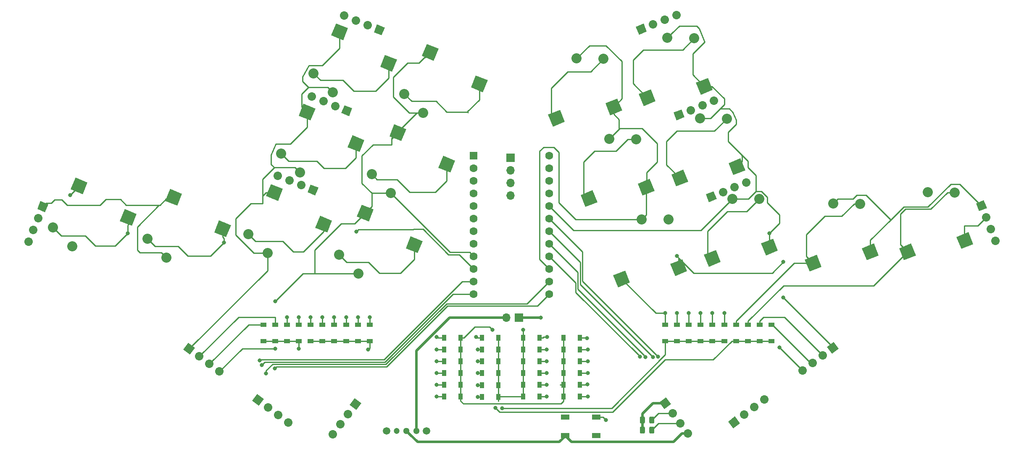
<source format=gbr>
G04 #@! TF.GenerationSoftware,KiCad,Pcbnew,(5.1.4)-1*
G04 #@! TF.CreationDate,2022-12-17T19:56:19-05:00*
G04 #@! TF.ProjectId,ThumbsUp,5468756d-6273-4557-902e-6b696361645f,rev?*
G04 #@! TF.SameCoordinates,Original*
G04 #@! TF.FileFunction,Copper,L2,Bot*
G04 #@! TF.FilePolarity,Positive*
%FSLAX46Y46*%
G04 Gerber Fmt 4.6, Leading zero omitted, Abs format (unit mm)*
G04 Created by KiCad (PCBNEW (5.1.4)-1) date 2022-12-17 19:56:19*
%MOMM*%
%LPD*%
G04 APERTURE LIST*
%ADD10O,1.700000X1.700000*%
%ADD11R,1.700000X1.700000*%
%ADD12C,1.500000*%
%ADD13C,1.200000*%
%ADD14C,1.300000*%
%ADD15C,1.600000*%
%ADD16R,1.600000X1.600000*%
%ADD17C,0.100000*%
%ADD18C,0.975000*%
%ADD19R,1.800000X1.100000*%
%ADD20C,1.700000*%
%ADD21C,1.700000*%
%ADD22C,2.600000*%
%ADD23C,2.032000*%
%ADD24R,1.200000X0.900000*%
%ADD25R,0.900000X1.200000*%
%ADD26C,0.800000*%
%ADD27C,0.508000*%
%ADD28C,0.250000*%
%ADD29C,0.254000*%
G04 APERTURE END LIST*
D10*
X145810000Y-204880000D03*
D11*
X148350000Y-204880000D03*
D12*
X121690000Y-227750000D03*
X129690000Y-227750000D03*
D13*
X123690000Y-227750000D03*
D14*
X125690000Y-227750000D03*
X127690000Y-227750000D03*
D15*
X154432000Y-172212000D03*
X154432000Y-174752000D03*
X154432000Y-177292000D03*
X154432000Y-179832000D03*
X154432000Y-182372000D03*
X154432000Y-184912000D03*
X154432000Y-187452000D03*
X154432000Y-189992000D03*
X154432000Y-192532000D03*
X154432000Y-195072000D03*
X154432000Y-197612000D03*
X154432000Y-200152000D03*
X139192000Y-200152000D03*
X139192000Y-197612000D03*
X139192000Y-195072000D03*
X139192000Y-192532000D03*
X139192000Y-189992000D03*
X139192000Y-187452000D03*
X139192000Y-184912000D03*
X139192000Y-182372000D03*
X139192000Y-179832000D03*
X139192000Y-177292000D03*
X139192000Y-174752000D03*
D16*
X139192000Y-172212000D03*
D17*
G36*
X175370642Y-224853174D02*
G01*
X175394303Y-224856684D01*
X175417507Y-224862496D01*
X175440029Y-224870554D01*
X175461653Y-224880782D01*
X175482170Y-224893079D01*
X175501383Y-224907329D01*
X175519107Y-224923393D01*
X175535171Y-224941117D01*
X175549421Y-224960330D01*
X175561718Y-224980847D01*
X175571946Y-225002471D01*
X175580004Y-225024993D01*
X175585816Y-225048197D01*
X175589326Y-225071858D01*
X175590500Y-225095750D01*
X175590500Y-226008250D01*
X175589326Y-226032142D01*
X175585816Y-226055803D01*
X175580004Y-226079007D01*
X175571946Y-226101529D01*
X175561718Y-226123153D01*
X175549421Y-226143670D01*
X175535171Y-226162883D01*
X175519107Y-226180607D01*
X175501383Y-226196671D01*
X175482170Y-226210921D01*
X175461653Y-226223218D01*
X175440029Y-226233446D01*
X175417507Y-226241504D01*
X175394303Y-226247316D01*
X175370642Y-226250826D01*
X175346750Y-226252000D01*
X174859250Y-226252000D01*
X174835358Y-226250826D01*
X174811697Y-226247316D01*
X174788493Y-226241504D01*
X174765971Y-226233446D01*
X174744347Y-226223218D01*
X174723830Y-226210921D01*
X174704617Y-226196671D01*
X174686893Y-226180607D01*
X174670829Y-226162883D01*
X174656579Y-226143670D01*
X174644282Y-226123153D01*
X174634054Y-226101529D01*
X174625996Y-226079007D01*
X174620184Y-226055803D01*
X174616674Y-226032142D01*
X174615500Y-226008250D01*
X174615500Y-225095750D01*
X174616674Y-225071858D01*
X174620184Y-225048197D01*
X174625996Y-225024993D01*
X174634054Y-225002471D01*
X174644282Y-224980847D01*
X174656579Y-224960330D01*
X174670829Y-224941117D01*
X174686893Y-224923393D01*
X174704617Y-224907329D01*
X174723830Y-224893079D01*
X174744347Y-224880782D01*
X174765971Y-224870554D01*
X174788493Y-224862496D01*
X174811697Y-224856684D01*
X174835358Y-224853174D01*
X174859250Y-224852000D01*
X175346750Y-224852000D01*
X175370642Y-224853174D01*
X175370642Y-224853174D01*
G37*
D18*
X175103000Y-225552000D03*
D17*
G36*
X173495642Y-224853174D02*
G01*
X173519303Y-224856684D01*
X173542507Y-224862496D01*
X173565029Y-224870554D01*
X173586653Y-224880782D01*
X173607170Y-224893079D01*
X173626383Y-224907329D01*
X173644107Y-224923393D01*
X173660171Y-224941117D01*
X173674421Y-224960330D01*
X173686718Y-224980847D01*
X173696946Y-225002471D01*
X173705004Y-225024993D01*
X173710816Y-225048197D01*
X173714326Y-225071858D01*
X173715500Y-225095750D01*
X173715500Y-226008250D01*
X173714326Y-226032142D01*
X173710816Y-226055803D01*
X173705004Y-226079007D01*
X173696946Y-226101529D01*
X173686718Y-226123153D01*
X173674421Y-226143670D01*
X173660171Y-226162883D01*
X173644107Y-226180607D01*
X173626383Y-226196671D01*
X173607170Y-226210921D01*
X173586653Y-226223218D01*
X173565029Y-226233446D01*
X173542507Y-226241504D01*
X173519303Y-226247316D01*
X173495642Y-226250826D01*
X173471750Y-226252000D01*
X172984250Y-226252000D01*
X172960358Y-226250826D01*
X172936697Y-226247316D01*
X172913493Y-226241504D01*
X172890971Y-226233446D01*
X172869347Y-226223218D01*
X172848830Y-226210921D01*
X172829617Y-226196671D01*
X172811893Y-226180607D01*
X172795829Y-226162883D01*
X172781579Y-226143670D01*
X172769282Y-226123153D01*
X172759054Y-226101529D01*
X172750996Y-226079007D01*
X172745184Y-226055803D01*
X172741674Y-226032142D01*
X172740500Y-226008250D01*
X172740500Y-225095750D01*
X172741674Y-225071858D01*
X172745184Y-225048197D01*
X172750996Y-225024993D01*
X172759054Y-225002471D01*
X172769282Y-224980847D01*
X172781579Y-224960330D01*
X172795829Y-224941117D01*
X172811893Y-224923393D01*
X172829617Y-224907329D01*
X172848830Y-224893079D01*
X172869347Y-224880782D01*
X172890971Y-224870554D01*
X172913493Y-224862496D01*
X172936697Y-224856684D01*
X172960358Y-224853174D01*
X172984250Y-224852000D01*
X173471750Y-224852000D01*
X173495642Y-224853174D01*
X173495642Y-224853174D01*
G37*
D18*
X173228000Y-225552000D03*
D17*
G36*
X173495642Y-226885174D02*
G01*
X173519303Y-226888684D01*
X173542507Y-226894496D01*
X173565029Y-226902554D01*
X173586653Y-226912782D01*
X173607170Y-226925079D01*
X173626383Y-226939329D01*
X173644107Y-226955393D01*
X173660171Y-226973117D01*
X173674421Y-226992330D01*
X173686718Y-227012847D01*
X173696946Y-227034471D01*
X173705004Y-227056993D01*
X173710816Y-227080197D01*
X173714326Y-227103858D01*
X173715500Y-227127750D01*
X173715500Y-228040250D01*
X173714326Y-228064142D01*
X173710816Y-228087803D01*
X173705004Y-228111007D01*
X173696946Y-228133529D01*
X173686718Y-228155153D01*
X173674421Y-228175670D01*
X173660171Y-228194883D01*
X173644107Y-228212607D01*
X173626383Y-228228671D01*
X173607170Y-228242921D01*
X173586653Y-228255218D01*
X173565029Y-228265446D01*
X173542507Y-228273504D01*
X173519303Y-228279316D01*
X173495642Y-228282826D01*
X173471750Y-228284000D01*
X172984250Y-228284000D01*
X172960358Y-228282826D01*
X172936697Y-228279316D01*
X172913493Y-228273504D01*
X172890971Y-228265446D01*
X172869347Y-228255218D01*
X172848830Y-228242921D01*
X172829617Y-228228671D01*
X172811893Y-228212607D01*
X172795829Y-228194883D01*
X172781579Y-228175670D01*
X172769282Y-228155153D01*
X172759054Y-228133529D01*
X172750996Y-228111007D01*
X172745184Y-228087803D01*
X172741674Y-228064142D01*
X172740500Y-228040250D01*
X172740500Y-227127750D01*
X172741674Y-227103858D01*
X172745184Y-227080197D01*
X172750996Y-227056993D01*
X172759054Y-227034471D01*
X172769282Y-227012847D01*
X172781579Y-226992330D01*
X172795829Y-226973117D01*
X172811893Y-226955393D01*
X172829617Y-226939329D01*
X172848830Y-226925079D01*
X172869347Y-226912782D01*
X172890971Y-226902554D01*
X172913493Y-226894496D01*
X172936697Y-226888684D01*
X172960358Y-226885174D01*
X172984250Y-226884000D01*
X173471750Y-226884000D01*
X173495642Y-226885174D01*
X173495642Y-226885174D01*
G37*
D18*
X173228000Y-227584000D03*
D17*
G36*
X175370642Y-226885174D02*
G01*
X175394303Y-226888684D01*
X175417507Y-226894496D01*
X175440029Y-226902554D01*
X175461653Y-226912782D01*
X175482170Y-226925079D01*
X175501383Y-226939329D01*
X175519107Y-226955393D01*
X175535171Y-226973117D01*
X175549421Y-226992330D01*
X175561718Y-227012847D01*
X175571946Y-227034471D01*
X175580004Y-227056993D01*
X175585816Y-227080197D01*
X175589326Y-227103858D01*
X175590500Y-227127750D01*
X175590500Y-228040250D01*
X175589326Y-228064142D01*
X175585816Y-228087803D01*
X175580004Y-228111007D01*
X175571946Y-228133529D01*
X175561718Y-228155153D01*
X175549421Y-228175670D01*
X175535171Y-228194883D01*
X175519107Y-228212607D01*
X175501383Y-228228671D01*
X175482170Y-228242921D01*
X175461653Y-228255218D01*
X175440029Y-228265446D01*
X175417507Y-228273504D01*
X175394303Y-228279316D01*
X175370642Y-228282826D01*
X175346750Y-228284000D01*
X174859250Y-228284000D01*
X174835358Y-228282826D01*
X174811697Y-228279316D01*
X174788493Y-228273504D01*
X174765971Y-228265446D01*
X174744347Y-228255218D01*
X174723830Y-228242921D01*
X174704617Y-228228671D01*
X174686893Y-228212607D01*
X174670829Y-228194883D01*
X174656579Y-228175670D01*
X174644282Y-228155153D01*
X174634054Y-228133529D01*
X174625996Y-228111007D01*
X174620184Y-228087803D01*
X174616674Y-228064142D01*
X174615500Y-228040250D01*
X174615500Y-227127750D01*
X174616674Y-227103858D01*
X174620184Y-227080197D01*
X174625996Y-227056993D01*
X174634054Y-227034471D01*
X174644282Y-227012847D01*
X174656579Y-226992330D01*
X174670829Y-226973117D01*
X174686893Y-226955393D01*
X174704617Y-226939329D01*
X174723830Y-226925079D01*
X174744347Y-226912782D01*
X174765971Y-226902554D01*
X174788493Y-226894496D01*
X174811697Y-226888684D01*
X174835358Y-226885174D01*
X174859250Y-226884000D01*
X175346750Y-226884000D01*
X175370642Y-226885174D01*
X175370642Y-226885174D01*
G37*
D18*
X175103000Y-227584000D03*
D19*
X157682000Y-224972000D03*
X163882000Y-228672000D03*
X157682000Y-228672000D03*
X163882000Y-224972000D03*
D20*
X194165141Y-177645498D03*
D21*
X194165141Y-177645498D02*
X194165141Y-177645498D01*
D20*
X191810094Y-178596999D03*
D21*
X191810094Y-178596999D02*
X191810094Y-178596999D01*
D20*
X189455047Y-179548499D03*
D21*
X189455047Y-179548499D02*
X189455047Y-179548499D01*
D20*
X187100000Y-180500000D03*
D17*
G36*
X188206522Y-180969691D02*
G01*
X186630309Y-181606522D01*
X185993478Y-180030309D01*
X187569691Y-179393478D01*
X188206522Y-180969691D01*
X188206522Y-180969691D01*
G37*
D20*
X241528381Y-182311090D03*
D17*
G36*
X241058690Y-183417612D02*
G01*
X240421859Y-181841399D01*
X241998072Y-181204568D01*
X242634903Y-182780781D01*
X241058690Y-183417612D01*
X241058690Y-183417612D01*
G37*
D20*
X242479882Y-184666137D03*
D21*
X242479882Y-184666137D02*
X242479882Y-184666137D01*
D20*
X243431382Y-187021184D03*
D21*
X243431382Y-187021184D02*
X243431382Y-187021184D01*
D20*
X244382883Y-189376231D03*
D21*
X244382883Y-189376231D02*
X244382883Y-189376231D01*
D20*
X172994345Y-146690649D03*
D17*
G36*
X174100867Y-147160340D02*
G01*
X172524654Y-147797171D01*
X171887823Y-146220958D01*
X173464036Y-145584127D01*
X174100867Y-147160340D01*
X174100867Y-147160340D01*
G37*
D20*
X175349392Y-145739148D03*
D21*
X175349392Y-145739148D02*
X175349392Y-145739148D01*
D20*
X177704439Y-144787648D03*
D21*
X177704439Y-144787648D02*
X177704439Y-144787648D01*
D20*
X180059486Y-143836147D03*
D21*
X180059486Y-143836147D02*
X180059486Y-143836147D01*
D20*
X180600000Y-164000000D03*
D17*
G36*
X181706522Y-164469691D02*
G01*
X180130309Y-165106522D01*
X179493478Y-163530309D01*
X181069691Y-162893478D01*
X181706522Y-164469691D01*
X181706522Y-164469691D01*
G37*
D20*
X182955047Y-163048499D03*
D21*
X182955047Y-163048499D02*
X182955047Y-163048499D01*
D20*
X185310094Y-162096999D03*
D21*
X185310094Y-162096999D02*
X185310094Y-162096999D01*
D20*
X187665141Y-161145498D03*
D21*
X187665141Y-161145498D02*
X187665141Y-161145498D01*
D20*
X182393643Y-228262834D03*
D21*
X182393643Y-228262834D02*
X182393643Y-228262834D01*
D20*
X180865033Y-226234299D03*
D21*
X180865033Y-226234299D02*
X180865033Y-226234299D01*
D20*
X179336423Y-224205765D03*
D21*
X179336423Y-224205765D02*
X179336423Y-224205765D01*
D20*
X177807813Y-222177231D03*
D17*
G36*
X177640516Y-223367614D02*
G01*
X176617430Y-222009934D01*
X177975110Y-220986848D01*
X178998196Y-222344528D01*
X177640516Y-223367614D01*
X177640516Y-223367614D01*
G37*
D22*
X238186938Y-189323428D03*
D17*
G36*
X238905288Y-187631100D02*
G01*
X239879266Y-190041778D01*
X237468588Y-191015756D01*
X236494610Y-188605078D01*
X238905288Y-187631100D01*
X238905288Y-187631100D01*
G37*
D23*
X236133916Y-179637189D03*
X230711323Y-179563136D03*
D22*
X226653830Y-191610330D03*
D17*
G36*
X227372180Y-189918002D02*
G01*
X228346158Y-192328680D01*
X225935480Y-193302658D01*
X224961502Y-190891980D01*
X227372180Y-189918002D01*
X227372180Y-189918002D01*
G37*
D22*
X185712716Y-158215455D03*
D17*
G36*
X186431066Y-156523127D02*
G01*
X187405044Y-158933805D01*
X184994366Y-159907783D01*
X184020388Y-157497105D01*
X186431066Y-156523127D01*
X186431066Y-156523127D01*
G37*
D23*
X183659694Y-148529216D03*
X178237101Y-148455163D03*
D22*
X174179608Y-160502357D03*
D17*
G36*
X174897958Y-158810029D02*
G01*
X175871936Y-161220707D01*
X173461258Y-162194685D01*
X172487280Y-159784007D01*
X174897958Y-158810029D01*
X174897958Y-158810029D01*
G37*
D22*
X192268331Y-174441172D03*
D17*
G36*
X192986681Y-172748844D02*
G01*
X193960659Y-175159522D01*
X191549981Y-176133500D01*
X190576003Y-173722822D01*
X192986681Y-172748844D01*
X192986681Y-172748844D01*
G37*
D23*
X190215309Y-164754933D03*
X184792716Y-164680880D03*
D22*
X180735223Y-176728074D03*
D17*
G36*
X181453573Y-175035746D02*
G01*
X182427551Y-177446424D01*
X180016873Y-178420402D01*
X179042895Y-176009724D01*
X181453573Y-175035746D01*
X181453573Y-175035746D01*
G37*
D22*
X198823946Y-190666890D03*
D17*
G36*
X199542296Y-188974562D02*
G01*
X200516274Y-191385240D01*
X198105596Y-192359218D01*
X197131618Y-189948540D01*
X199542296Y-188974562D01*
X199542296Y-188974562D01*
G37*
D23*
X196770924Y-180980651D03*
X191348331Y-180906598D03*
D22*
X187290838Y-192953792D03*
D17*
G36*
X188009188Y-191261464D02*
G01*
X188983166Y-193672142D01*
X186572488Y-194646120D01*
X185598510Y-192235442D01*
X188009188Y-191261464D01*
X188009188Y-191261464D01*
G37*
D22*
X219161004Y-191617731D03*
D17*
G36*
X219879354Y-189925403D02*
G01*
X220853332Y-192336081D01*
X218442654Y-193310059D01*
X217468676Y-190899381D01*
X219879354Y-189925403D01*
X219879354Y-189925403D01*
G37*
D23*
X217107982Y-181931492D03*
X211685389Y-181857439D03*
D22*
X207627896Y-193904633D03*
D17*
G36*
X208346246Y-192212305D02*
G01*
X209320224Y-194622983D01*
X206909546Y-195596961D01*
X205935568Y-193186283D01*
X208346246Y-192212305D01*
X208346246Y-192212305D01*
G37*
D20*
X205515141Y-215597906D03*
D21*
X205515141Y-215597906D02*
X205515141Y-215597906D01*
D20*
X207543676Y-214069296D03*
D21*
X207543676Y-214069296D02*
X207543676Y-214069296D01*
D20*
X209572210Y-212540686D03*
D21*
X209572210Y-212540686D02*
X209572210Y-212540686D01*
D20*
X211600744Y-211012076D03*
D17*
G36*
X210410361Y-210844779D02*
G01*
X211768041Y-209821693D01*
X212791127Y-211179373D01*
X211433447Y-212202459D01*
X210410361Y-210844779D01*
X210410361Y-210844779D01*
G37*
D20*
X87992618Y-215751511D03*
D21*
X87992618Y-215751511D02*
X87992618Y-215751511D01*
D20*
X85964083Y-214222901D03*
D21*
X85964083Y-214222901D02*
X85964083Y-214222901D01*
D20*
X83935549Y-212694291D03*
D21*
X83935549Y-212694291D02*
X83935549Y-212694291D01*
D20*
X81907015Y-211165681D03*
D17*
G36*
X82074312Y-212356064D02*
G01*
X80716632Y-211332978D01*
X81739718Y-209975298D01*
X83097398Y-210998384D01*
X82074312Y-212356064D01*
X82074312Y-212356064D01*
G37*
D20*
X52395205Y-182503276D03*
D17*
G36*
X51288683Y-182972967D02*
G01*
X51925514Y-181396754D01*
X53501727Y-182033585D01*
X52864896Y-183609798D01*
X51288683Y-182972967D01*
X51288683Y-182972967D01*
G37*
D20*
X51443704Y-184858323D03*
D21*
X51443704Y-184858323D02*
X51443704Y-184858323D01*
D20*
X50492204Y-187213370D03*
D21*
X50492204Y-187213370D02*
X50492204Y-187213370D01*
D20*
X49540703Y-189568417D03*
D21*
X49540703Y-189568417D02*
X49540703Y-189568417D01*
D20*
X120197799Y-146824591D03*
D17*
G36*
X119728108Y-145718069D02*
G01*
X121304321Y-146354900D01*
X120667490Y-147931113D01*
X119091277Y-147294282D01*
X119728108Y-145718069D01*
X119728108Y-145718069D01*
G37*
D20*
X117842752Y-145873090D03*
D21*
X117842752Y-145873090D02*
X117842752Y-145873090D01*
D20*
X115487705Y-144921590D03*
D21*
X115487705Y-144921590D02*
X115487705Y-144921590D01*
D20*
X113132658Y-143970089D03*
D21*
X113132658Y-143970089D02*
X113132658Y-143970089D01*
D20*
X113658765Y-163138249D03*
D17*
G36*
X113189074Y-162031727D02*
G01*
X114765287Y-162668558D01*
X114128456Y-164244771D01*
X112552243Y-163607940D01*
X113189074Y-162031727D01*
X113189074Y-162031727D01*
G37*
D20*
X111303718Y-162186748D03*
D21*
X111303718Y-162186748D02*
X111303718Y-162186748D01*
D20*
X108948671Y-161235248D03*
D21*
X108948671Y-161235248D02*
X108948671Y-161235248D01*
D20*
X106593624Y-160283747D03*
D21*
X106593624Y-160283747D02*
X106593624Y-160283747D01*
D20*
X99778867Y-176283747D03*
D21*
X99778867Y-176283747D02*
X99778867Y-176283747D01*
D20*
X102133914Y-177235248D03*
D21*
X102133914Y-177235248D02*
X102133914Y-177235248D01*
D20*
X104488961Y-178186748D03*
D21*
X104488961Y-178186748D02*
X104488961Y-178186748D01*
D20*
X106844008Y-179138249D03*
D17*
G36*
X106374317Y-178031727D02*
G01*
X107950530Y-178668558D01*
X107313699Y-180244771D01*
X105737486Y-179607940D01*
X106374317Y-178031727D01*
X106374317Y-178031727D01*
G37*
D22*
X112197605Y-147205393D03*
D17*
G36*
X110505277Y-147923743D02*
G01*
X111479255Y-145513065D01*
X113889933Y-146487043D01*
X112915955Y-148897721D01*
X110505277Y-147923743D01*
X110505277Y-147923743D01*
G37*
D23*
X106945799Y-155599240D03*
X110795044Y-159419359D03*
D22*
X122082444Y-153571904D03*
D17*
G36*
X120390116Y-154290254D02*
G01*
X121364094Y-151879576D01*
X123774772Y-152853554D01*
X122800794Y-155264232D01*
X120390116Y-154290254D01*
X120390116Y-154290254D01*
G37*
D22*
X173991610Y-178589843D03*
D17*
G36*
X174709960Y-176897515D02*
G01*
X175683938Y-179308193D01*
X173273260Y-180282171D01*
X172299282Y-177871493D01*
X174709960Y-176897515D01*
X174709960Y-176897515D01*
G37*
D23*
X171938588Y-168903604D03*
X166515995Y-168829551D03*
D22*
X162458502Y-180876745D03*
D17*
G36*
X163176852Y-179184417D02*
G01*
X164150830Y-181595095D01*
X161740152Y-182569073D01*
X160766174Y-180158395D01*
X163176852Y-179184417D01*
X163176852Y-179184417D01*
G37*
D22*
X59723382Y-178313366D03*
D17*
G36*
X58031054Y-179031716D02*
G01*
X59005032Y-176621038D01*
X61415710Y-177595016D01*
X60441732Y-180005694D01*
X58031054Y-179031716D01*
X58031054Y-179031716D01*
G37*
D23*
X54471576Y-186707213D03*
X58320821Y-190527332D03*
D22*
X69608221Y-184679877D03*
D17*
G36*
X67915893Y-185398227D02*
G01*
X68889871Y-182987549D01*
X71300549Y-183961527D01*
X70326571Y-186372205D01*
X67915893Y-185398227D01*
X67915893Y-185398227D01*
G37*
D22*
X78749316Y-180607669D03*
D17*
G36*
X77056988Y-181326019D02*
G01*
X78030966Y-178915341D01*
X80441644Y-179889319D01*
X79467666Y-182299997D01*
X77056988Y-181326019D01*
X77056988Y-181326019D01*
G37*
D23*
X73497510Y-189001516D03*
X77346755Y-192821635D03*
D22*
X88634155Y-186974180D03*
D17*
G36*
X86941827Y-187692530D02*
G01*
X87915805Y-185281852D01*
X90326483Y-186255830D01*
X89352505Y-188666508D01*
X86941827Y-187692530D01*
X86941827Y-187692530D01*
G37*
D22*
X99086374Y-179656828D03*
D17*
G36*
X97394046Y-180375178D02*
G01*
X98368024Y-177964500D01*
X100778702Y-178938478D01*
X99804724Y-181349156D01*
X97394046Y-180375178D01*
X97394046Y-180375178D01*
G37*
D23*
X93834568Y-188050675D03*
X97683813Y-191870794D03*
D22*
X108971213Y-186023339D03*
D17*
G36*
X107278885Y-186741689D02*
G01*
X108252863Y-184331011D01*
X110663541Y-185304989D01*
X109689563Y-187715667D01*
X107278885Y-186741689D01*
X107278885Y-186741689D01*
G37*
D22*
X180547225Y-194815560D03*
D17*
G36*
X181265575Y-193123232D02*
G01*
X182239553Y-195533910D01*
X179828875Y-196507888D01*
X178854897Y-194097210D01*
X181265575Y-193123232D01*
X181265575Y-193123232D01*
G37*
D23*
X178494203Y-185129321D03*
X173071610Y-185055268D03*
D22*
X169014117Y-197102462D03*
D17*
G36*
X169732467Y-195410134D02*
G01*
X170706445Y-197820812D01*
X168295767Y-198794790D01*
X167321789Y-196384112D01*
X169732467Y-195410134D01*
X169732467Y-195410134D01*
G37*
D22*
X130474326Y-151354063D03*
D17*
G36*
X128781998Y-152072413D02*
G01*
X129755976Y-149661735D01*
X132166654Y-150635713D01*
X131192676Y-153046391D01*
X128781998Y-152072413D01*
X128781998Y-152072413D01*
G37*
D23*
X125222520Y-159747910D03*
X129071765Y-163568029D03*
D22*
X140359165Y-157720574D03*
D17*
G36*
X138666837Y-158438924D02*
G01*
X139640815Y-156028246D01*
X142051493Y-157002224D01*
X141077515Y-159412902D01*
X138666837Y-158438924D01*
X138666837Y-158438924D01*
G37*
D22*
X117363095Y-183805498D03*
D17*
G36*
X115670767Y-184523848D02*
G01*
X116644745Y-182113170D01*
X119055423Y-183087148D01*
X118081445Y-185497826D01*
X115670767Y-184523848D01*
X115670767Y-184523848D01*
G37*
D23*
X112111289Y-192199345D03*
X115960534Y-196019464D03*
D22*
X127247934Y-190172009D03*
D17*
G36*
X125555606Y-190890359D02*
G01*
X126529584Y-188479681D01*
X128940262Y-189453659D01*
X127966284Y-191864337D01*
X125555606Y-190890359D01*
X125555606Y-190890359D01*
G37*
D22*
X123918710Y-167579781D03*
D17*
G36*
X122226382Y-168298131D02*
G01*
X123200360Y-165887453D01*
X125611038Y-166861431D01*
X124637060Y-169272109D01*
X122226382Y-168298131D01*
X122226382Y-168298131D01*
G37*
D23*
X118666904Y-175973628D03*
X122516149Y-179793747D03*
D22*
X133803549Y-173946292D03*
D17*
G36*
X132111221Y-174664642D02*
G01*
X133085199Y-172253964D01*
X135495877Y-173227942D01*
X134521899Y-175638620D01*
X132111221Y-174664642D01*
X132111221Y-174664642D01*
G37*
D22*
X167435995Y-162364125D03*
D17*
G36*
X168154345Y-160671797D02*
G01*
X169128323Y-163082475D01*
X166717645Y-164056453D01*
X165743667Y-161645775D01*
X168154345Y-160671797D01*
X168154345Y-160671797D01*
G37*
D23*
X165382973Y-152677886D03*
X159960380Y-152603833D03*
D22*
X155902887Y-164651027D03*
D17*
G36*
X156621237Y-162958699D02*
G01*
X157595215Y-165369377D01*
X155184537Y-166343355D01*
X154210559Y-163932677D01*
X156621237Y-162958699D01*
X156621237Y-162958699D01*
G37*
D22*
X105641989Y-163431110D03*
D17*
G36*
X103949661Y-164149460D02*
G01*
X104923639Y-161738782D01*
X107334317Y-162712760D01*
X106360339Y-165123438D01*
X103949661Y-164149460D01*
X103949661Y-164149460D01*
G37*
D23*
X100390183Y-171824957D03*
X104239428Y-175645076D03*
D22*
X115526828Y-169797621D03*
D17*
G36*
X113834500Y-170515971D02*
G01*
X114808478Y-168105293D01*
X117219156Y-169079271D01*
X116245178Y-171489949D01*
X113834500Y-170515971D01*
X113834500Y-170515971D01*
G37*
D20*
X101828320Y-226087050D03*
D21*
X101828320Y-226087050D02*
X101828320Y-226087050D01*
D20*
X99799785Y-224558440D03*
D21*
X99799785Y-224558440D02*
X99799785Y-224558440D01*
D20*
X97771251Y-223029830D03*
D21*
X97771251Y-223029830D02*
X97771251Y-223029830D01*
D20*
X95742717Y-221501220D03*
D17*
G36*
X95910014Y-222691603D02*
G01*
X94552334Y-221668517D01*
X95575420Y-220310837D01*
X96933100Y-221333923D01*
X95910014Y-222691603D01*
X95910014Y-222691603D01*
G37*
D11*
X146658765Y-172638249D03*
D10*
X146658765Y-175178249D03*
X146658765Y-177718249D03*
X146658765Y-180258249D03*
D20*
X191716901Y-226026163D03*
D17*
G36*
X192907284Y-226193460D02*
G01*
X191549604Y-227216546D01*
X190526518Y-225858866D01*
X191884198Y-224835780D01*
X192907284Y-226193460D01*
X192907284Y-226193460D01*
G37*
D20*
X193745435Y-224497553D03*
D21*
X193745435Y-224497553D02*
X193745435Y-224497553D01*
D20*
X195773969Y-222968943D03*
D21*
X195773969Y-222968943D02*
X195773969Y-222968943D01*
D20*
X197802504Y-221440333D03*
D21*
X197802504Y-221440333D02*
X197802504Y-221440333D01*
D20*
X110834284Y-228461436D03*
D21*
X110834284Y-228461436D02*
X110834284Y-228461436D01*
D20*
X112362894Y-226432901D03*
D21*
X112362894Y-226432901D02*
X112362894Y-226432901D01*
D20*
X113891504Y-224404367D03*
D21*
X113891504Y-224404367D02*
X113891504Y-224404367D01*
D20*
X115420114Y-222375833D03*
D17*
G36*
X114229731Y-222543130D02*
G01*
X115252817Y-221185450D01*
X116610497Y-222208536D01*
X115587411Y-223566216D01*
X114229731Y-222543130D01*
X114229731Y-222543130D01*
G37*
D24*
X194468750Y-206312500D03*
X194468750Y-209612500D03*
X192087500Y-206312500D03*
X192087500Y-209612500D03*
X180181250Y-206312500D03*
X180181250Y-209612500D03*
X182562500Y-206312500D03*
X182562500Y-209612500D03*
X184943750Y-206312500D03*
X184943750Y-209612500D03*
X187325000Y-206312500D03*
X187325000Y-209612500D03*
D25*
X160646250Y-211329000D03*
X157346250Y-211329000D03*
X160646250Y-213710250D03*
X157346250Y-213710250D03*
X160646250Y-216091500D03*
X157346250Y-216091500D03*
X160646250Y-218472750D03*
X157346250Y-218472750D03*
X152480000Y-211327750D03*
X149180000Y-211327750D03*
X152480000Y-213709000D03*
X149180000Y-213709000D03*
X152480000Y-216090250D03*
X149180000Y-216090250D03*
X152480000Y-218471500D03*
X149180000Y-218471500D03*
D24*
X199231250Y-206312500D03*
X199231250Y-209612500D03*
X196850000Y-206312500D03*
X196850000Y-209612500D03*
X189706250Y-206312500D03*
X189706250Y-209612500D03*
D25*
X160646250Y-220854000D03*
X157346250Y-220854000D03*
X152480000Y-220852750D03*
X149180000Y-220852750D03*
D24*
X177800000Y-206312500D03*
X177800000Y-209612500D03*
D25*
X160646250Y-208947750D03*
X157346250Y-208947750D03*
X152480000Y-208946500D03*
X149180000Y-208946500D03*
D24*
X118268750Y-206312500D03*
X118268750Y-209612500D03*
D25*
X133285500Y-208921750D03*
X136585500Y-208921750D03*
X140866500Y-208966500D03*
X144166500Y-208966500D03*
D24*
X96837500Y-206312500D03*
X96837500Y-209612500D03*
X99218750Y-206312500D03*
X99218750Y-209612500D03*
X106362500Y-206312500D03*
X106362500Y-209612500D03*
D25*
X133285500Y-220828000D03*
X136585500Y-220828000D03*
X140866500Y-220872750D03*
X144166500Y-220872750D03*
D24*
X101600000Y-206312500D03*
X101600000Y-209612500D03*
X103981250Y-206312500D03*
X103981250Y-209612500D03*
X115887500Y-206312500D03*
X115887500Y-209612500D03*
X113506250Y-206312500D03*
X113506250Y-209612500D03*
X111125000Y-206312500D03*
X111125000Y-209612500D03*
X108743750Y-206312500D03*
X108743750Y-209612500D03*
D25*
X133285500Y-211303000D03*
X136585500Y-211303000D03*
X133285500Y-213684250D03*
X136585500Y-213684250D03*
X133285500Y-216065500D03*
X136585500Y-216065500D03*
X133285500Y-218446750D03*
X136585500Y-218446750D03*
X140866500Y-211347750D03*
X144166500Y-211347750D03*
X140866500Y-213729000D03*
X144166500Y-213729000D03*
X140866500Y-216110250D03*
X144166500Y-216110250D03*
X140866500Y-218491500D03*
X144166500Y-218491500D03*
D26*
X140072750Y-218491500D03*
X149225000Y-207391000D03*
X140072750Y-216110250D03*
X140072750Y-213729000D03*
X140072750Y-211347750D03*
X131760500Y-218446750D03*
X142980000Y-207320000D03*
X131760500Y-216065500D03*
X131760500Y-213684250D03*
X131760500Y-211303000D03*
X108743750Y-204787500D03*
X117983000Y-211328000D03*
X144980013Y-223163491D03*
X111125000Y-204787500D03*
X113506250Y-204787500D03*
X115887500Y-204787500D03*
X88900000Y-189706250D03*
X103981250Y-204787500D03*
X104013004Y-211201000D03*
X143637002Y-223139000D03*
X69550000Y-187850000D03*
X101600000Y-204787500D03*
X140072750Y-220872750D03*
X131760500Y-220828000D03*
X106362500Y-204787500D03*
X139700000Y-208756250D03*
X131762500Y-208756250D03*
X118268750Y-204787500D03*
X153987500Y-208756250D03*
X162052000Y-209073750D03*
X177800000Y-203993750D03*
X153942500Y-220852750D03*
X162233750Y-220854000D03*
X189706250Y-203993750D03*
X153942500Y-218471500D03*
X153942500Y-216090250D03*
X153942500Y-213709000D03*
X153942500Y-211327750D03*
X162117966Y-218356965D03*
X162233750Y-216091500D03*
X162233750Y-213710250D03*
X162233750Y-211329000D03*
X187283098Y-203951848D03*
X184943750Y-203993750D03*
X184943750Y-203993750D03*
X182562500Y-203993750D03*
X180181250Y-203993750D03*
X96080000Y-213570000D03*
X57900000Y-180200000D03*
X96500000Y-214492990D03*
X99187000Y-215138000D03*
X97409042Y-216154000D03*
X99218750Y-201612500D03*
X99218750Y-211137500D03*
X115570000Y-187579000D03*
X198823946Y-187873946D03*
X200818750Y-210901515D03*
X180150002Y-192450000D03*
X201612500Y-193675000D03*
X201612500Y-200818750D03*
X176338135Y-212768953D03*
X175341773Y-212854314D03*
X173863000Y-212820299D03*
X172754566Y-212789862D03*
X152780000Y-204890000D03*
X165862000Y-225551966D03*
D27*
X158930000Y-229960000D02*
X157620000Y-228650000D01*
X179494396Y-229960000D02*
X158930000Y-229960000D01*
X182393643Y-228262834D02*
X181191562Y-228262834D01*
X181191562Y-228262834D02*
X179494396Y-229960000D01*
X126339999Y-228399999D02*
X125690000Y-227750000D01*
X127920000Y-229980000D02*
X126339999Y-228399999D01*
X157720000Y-228770000D02*
X156510000Y-229980000D01*
X156510000Y-229980000D02*
X127920000Y-229980000D01*
D28*
X140866500Y-218491500D02*
X140072750Y-218491500D01*
X144166500Y-208966500D02*
X144166500Y-220872750D01*
X149180000Y-208946500D02*
X149180000Y-220852750D01*
X144041500Y-208841500D02*
X144166500Y-208966500D01*
D29*
X144166500Y-221726750D02*
X144166500Y-220872750D01*
X144186500Y-220852750D02*
X144166500Y-220872750D01*
X149180000Y-220852750D02*
X144186500Y-220852750D01*
X149180000Y-208092500D02*
X149225000Y-208047500D01*
X149180000Y-208946500D02*
X149180000Y-208092500D01*
X149225000Y-208047500D02*
X149225000Y-207391000D01*
D28*
X140866500Y-216110250D02*
X140072750Y-216110250D01*
X140866500Y-213729000D02*
X140072750Y-213729000D01*
X140866500Y-211347750D02*
X140072750Y-211347750D01*
X133285500Y-218446750D02*
X131760500Y-218446750D01*
X136585500Y-208921750D02*
X136585500Y-220828000D01*
X157346250Y-208947750D02*
X157346250Y-220854000D01*
D29*
X157346250Y-218472750D02*
X156642250Y-218472750D01*
X136585500Y-221707250D02*
X136585500Y-220828000D01*
X137160000Y-222281750D02*
X136585500Y-221707250D01*
X156772500Y-222281750D02*
X137160000Y-222281750D01*
X157346250Y-220854000D02*
X157346250Y-221708000D01*
X157346250Y-221708000D02*
X156772500Y-222281750D01*
X142580001Y-206920001D02*
X142980000Y-207320000D01*
X139431249Y-206780001D02*
X142440001Y-206780001D01*
X142440001Y-206780001D02*
X142580001Y-206920001D01*
X136585500Y-208921750D02*
X137289500Y-208921750D01*
X137289500Y-208921750D02*
X139431249Y-206780001D01*
D28*
X133285500Y-216065500D02*
X131760500Y-216065500D01*
X133285500Y-213684250D02*
X131760500Y-213684250D01*
X133285500Y-211303000D02*
X132585500Y-211303000D01*
X132585500Y-211303000D02*
X131760500Y-211303000D01*
X108743750Y-204787500D02*
X108743750Y-206312500D01*
X189706250Y-209612500D02*
X177800000Y-209612500D01*
X106362500Y-209612500D02*
X118268750Y-209612500D01*
D29*
X118268750Y-209612500D02*
X118268750Y-211042250D01*
X118268750Y-211042250D02*
X117983000Y-211328000D01*
X177800000Y-209612500D02*
X177800000Y-212383050D01*
X177800000Y-212383050D02*
X167019559Y-223163491D01*
X167019559Y-223163491D02*
X145545698Y-223163491D01*
X145545698Y-223163491D02*
X144980013Y-223163491D01*
D28*
X111125000Y-204787500D02*
X111125000Y-206312500D01*
X113506250Y-204787500D02*
X113506250Y-206312500D01*
X115887500Y-204787500D02*
X115887500Y-206312500D01*
X88900000Y-188912500D02*
X88634155Y-188646655D01*
X88900000Y-189706250D02*
X88900000Y-188912500D01*
X88634155Y-186974180D02*
X88634155Y-188646655D01*
X74995994Y-190500000D02*
X73497510Y-189001516D01*
X79650000Y-190500000D02*
X74995994Y-190500000D01*
X81600000Y-192450000D02*
X79650000Y-190500000D01*
X88900000Y-189706250D02*
X86156250Y-192450000D01*
X86156250Y-192450000D02*
X81600000Y-192450000D01*
X103981250Y-204787500D02*
X103981250Y-206312500D01*
X199231250Y-209612500D02*
X192087500Y-209612500D01*
X103981250Y-209612500D02*
X96837500Y-209612500D01*
X103981250Y-209612500D02*
X103981250Y-211169246D01*
X103981250Y-211169246D02*
X104013004Y-211201000D01*
D29*
X192087500Y-209612500D02*
X191233500Y-209612500D01*
X144409414Y-223911412D02*
X144037001Y-223538999D01*
X191233500Y-209612500D02*
X187486000Y-213360000D01*
X187486000Y-213360000D02*
X177800000Y-213360000D01*
X144037001Y-223538999D02*
X143637002Y-223139000D01*
X167248588Y-223911412D02*
X144409414Y-223911412D01*
X177800000Y-213360000D02*
X167248588Y-223911412D01*
D28*
X69608221Y-186181972D02*
X69550000Y-186240193D01*
X69608221Y-184679877D02*
X69608221Y-186181972D01*
X69550000Y-186240193D02*
X69550000Y-187850000D01*
X69550000Y-187850000D02*
X67000000Y-190400000D01*
X67000000Y-190400000D02*
X63000000Y-190400000D01*
X63000000Y-190400000D02*
X60950000Y-188350000D01*
X56114363Y-188350000D02*
X54471576Y-186707213D01*
X60950000Y-188350000D02*
X56114363Y-188350000D01*
X101600000Y-204787500D02*
X101600000Y-206312500D01*
X122082444Y-153571904D02*
X122082444Y-156567556D01*
X122082444Y-156567556D02*
X119450000Y-159200000D01*
X119450000Y-159200000D02*
X115100000Y-159200000D01*
X115100000Y-159200000D02*
X112900000Y-157000000D01*
X108346559Y-157000000D02*
X106945799Y-155599240D01*
X112900000Y-157000000D02*
X108346559Y-157000000D01*
X140866500Y-220872750D02*
X140072750Y-220872750D01*
X115526828Y-171299716D02*
X115500000Y-171326544D01*
X115526828Y-169797621D02*
X115526828Y-171299716D01*
X115500000Y-171326544D02*
X115500000Y-172650000D01*
X115500000Y-172650000D02*
X113400000Y-174750000D01*
X113400000Y-174750000D02*
X109050000Y-174750000D01*
X109050000Y-174750000D02*
X107650000Y-173350000D01*
X101915226Y-173350000D02*
X100390183Y-171824957D01*
X107650000Y-173350000D02*
X101915226Y-173350000D01*
X133285500Y-220828000D02*
X131760500Y-220828000D01*
X100750000Y-189500000D02*
X95283893Y-189500000D01*
X104896647Y-191600000D02*
X102850000Y-191600000D01*
X95283893Y-189500000D02*
X94850567Y-189066674D01*
X108971213Y-187525434D02*
X104896647Y-191600000D01*
X94850567Y-189066674D02*
X93834568Y-188050675D01*
X102850000Y-191600000D02*
X100750000Y-189500000D01*
X108971213Y-186023339D02*
X108971213Y-187525434D01*
X106362500Y-204787500D02*
X106362500Y-206312500D01*
X99218750Y-204787500D02*
X99218750Y-206312500D01*
X83935549Y-212694291D02*
X91842340Y-204787500D01*
X91842340Y-204787500D02*
X99218750Y-204787500D01*
X85964083Y-213798417D02*
X85964083Y-214222901D01*
X93874484Y-206312500D02*
X96837500Y-206312500D01*
X85964083Y-214222901D02*
X93874484Y-206312500D01*
X126724610Y-161250000D02*
X125222520Y-159747910D01*
X131650000Y-161250000D02*
X126724610Y-161250000D01*
X140359165Y-159222669D02*
X140350000Y-159231834D01*
X140359165Y-157720574D02*
X140359165Y-159222669D01*
X140350000Y-159231834D02*
X140350000Y-160950000D01*
X137900000Y-163400000D02*
X133800000Y-163400000D01*
X133800000Y-163400000D02*
X131650000Y-161250000D01*
X138112500Y-163512500D02*
X137950000Y-163350000D01*
X140350000Y-160950000D02*
X137950000Y-163350000D01*
X137950000Y-163350000D02*
X137900000Y-163400000D01*
D29*
X140866500Y-208966500D02*
X139910250Y-208966500D01*
X139910250Y-208966500D02*
X139700000Y-208756250D01*
D28*
X133803549Y-173946292D02*
X133803549Y-177296451D01*
X133803549Y-177296451D02*
X131500000Y-179600000D01*
X131500000Y-179600000D02*
X126300000Y-179600000D01*
X126300000Y-179600000D02*
X123750000Y-177050000D01*
X119743276Y-177050000D02*
X118666904Y-175973628D01*
X123750000Y-177050000D02*
X119743276Y-177050000D01*
D29*
X133285500Y-208921750D02*
X131928000Y-208921750D01*
X131928000Y-208921750D02*
X131762500Y-208756250D01*
D28*
X113611944Y-193700000D02*
X112111289Y-192199345D01*
X118050000Y-193700000D02*
X113611944Y-193700000D01*
X120250000Y-195900000D02*
X118050000Y-193700000D01*
X124500000Y-195900000D02*
X120250000Y-195900000D01*
X127247934Y-190172009D02*
X127247934Y-193152066D01*
X127247934Y-193152066D02*
X124500000Y-195900000D01*
X118268750Y-204787500D02*
X118268750Y-206312500D01*
X154833553Y-163581693D02*
X154833553Y-158616447D01*
X155902887Y-164651027D02*
X154833553Y-163581693D01*
X154833553Y-158616447D02*
X158200000Y-155250000D01*
X162810859Y-155250000D02*
X165382973Y-152677886D01*
X158200000Y-155250000D02*
X162810859Y-155250000D01*
X155700000Y-164853914D02*
X155902887Y-164651027D01*
D29*
X153184000Y-208946500D02*
X153374250Y-208756250D01*
X152480000Y-208946500D02*
X153184000Y-208946500D01*
X153374250Y-208756250D02*
X153987500Y-208756250D01*
D28*
X161389168Y-179807411D02*
X161389168Y-173510832D01*
X162458502Y-180876745D02*
X161389168Y-179807411D01*
X161389168Y-173510832D02*
X163600000Y-171300000D01*
X163600000Y-171300000D02*
X167900000Y-171300000D01*
X170296396Y-168903604D02*
X171938588Y-168903604D01*
X167900000Y-171300000D02*
X170296396Y-168903604D01*
D29*
X160646250Y-208947750D02*
X161926000Y-208947750D01*
X161926000Y-208947750D02*
X162052000Y-209073750D01*
D28*
X169202462Y-197102462D02*
X169500000Y-197400000D01*
X169014117Y-197102462D02*
X169202462Y-197102462D01*
X169550000Y-197400000D02*
X168700000Y-198250000D01*
X169500000Y-197400000D02*
X169550000Y-197400000D01*
X168700000Y-198250000D02*
X168700000Y-198450000D01*
X177800000Y-203993750D02*
X177800000Y-206312500D01*
D29*
X175905405Y-203993750D02*
X169014117Y-197102462D01*
X177800000Y-203993750D02*
X175905405Y-203993750D01*
D28*
X181338910Y-150850000D02*
X183659694Y-148529216D01*
X173400000Y-150850000D02*
X181338910Y-150850000D01*
X171350000Y-152900000D02*
X173400000Y-150850000D01*
X174179608Y-160502357D02*
X171350000Y-157672749D01*
X171350000Y-157672749D02*
X171350000Y-152900000D01*
X152480000Y-220852750D02*
X153942500Y-220852750D01*
X187720242Y-167250000D02*
X190215309Y-164754933D01*
X180150000Y-167250000D02*
X187720242Y-167250000D01*
X178100000Y-169300000D02*
X180150000Y-167250000D01*
X180735223Y-176728074D02*
X178100000Y-174092851D01*
X178100000Y-174092851D02*
X178100000Y-169300000D01*
X160646250Y-220854000D02*
X162233750Y-220854000D01*
X194251575Y-183500000D02*
X196770924Y-180980651D01*
X190350000Y-183500000D02*
X194251575Y-183500000D01*
X186350000Y-187500000D02*
X190350000Y-183500000D01*
X187290838Y-192953792D02*
X186350000Y-192012954D01*
X186350000Y-192012954D02*
X186350000Y-187500000D01*
X189706250Y-206312500D02*
X189706250Y-203993750D01*
X208722211Y-211690687D02*
X209572210Y-212540686D01*
X201819024Y-204787500D02*
X208722211Y-211690687D01*
X197640625Y-204787500D02*
X201819024Y-204787500D01*
X196850000Y-206312500D02*
X196850000Y-205578125D01*
X196850000Y-205578125D02*
X197640625Y-204787500D01*
X207138046Y-214069296D02*
X207543676Y-214069296D01*
X199381250Y-206312500D02*
X207138046Y-214069296D01*
X199231250Y-206312500D02*
X199381250Y-206312500D01*
X152480000Y-218471500D02*
X153942500Y-218471500D01*
X152480000Y-216090250D02*
X153942500Y-216090250D01*
X152480000Y-213709000D02*
X153942500Y-213709000D01*
X152480000Y-211327750D02*
X153942500Y-211327750D01*
X162002181Y-218472750D02*
X162117966Y-218356965D01*
X160646250Y-218472750D02*
X162002181Y-218472750D01*
X160646250Y-216091500D02*
X162233750Y-216091500D01*
X160646250Y-213710250D02*
X162233750Y-213710250D01*
X160646250Y-211329000D02*
X162233750Y-211329000D01*
X187283098Y-206270598D02*
X187325000Y-206312500D01*
X187283098Y-203951848D02*
X187283098Y-206270598D01*
X184943750Y-203993750D02*
X184943750Y-206312500D01*
X182562500Y-203993750D02*
X182562500Y-206312500D01*
X180181250Y-206312500D02*
X180181250Y-203993750D01*
X215918508Y-181931492D02*
X217107982Y-181931492D01*
X213400000Y-184450000D02*
X215918508Y-181931492D01*
X209950000Y-184450000D02*
X213400000Y-184450000D01*
X206250000Y-188150000D02*
X209950000Y-184450000D01*
X207627896Y-193904633D02*
X206250000Y-192526737D01*
X206250000Y-192526737D02*
X206250000Y-188150000D01*
X206125801Y-193904633D02*
X207627896Y-193904633D01*
X203795367Y-193904633D02*
X206125801Y-193904633D01*
X192087500Y-205612500D02*
X203795367Y-193904633D01*
X192087500Y-206312500D02*
X192087500Y-205612500D01*
X225250000Y-190206500D02*
X226653830Y-191610330D01*
X225250000Y-183950000D02*
X225250000Y-190206500D01*
X226205980Y-182994020D02*
X225250000Y-183950000D01*
X231305980Y-182994020D02*
X226205980Y-182994020D01*
X236133916Y-179637189D02*
X234662811Y-179637189D01*
X234662811Y-179637189D02*
X231305980Y-182994020D01*
X225584496Y-192679664D02*
X226653830Y-191610330D01*
X219826660Y-198437500D02*
X225584496Y-192679664D01*
X201643750Y-198437500D02*
X219826660Y-198437500D01*
X194468750Y-206312500D02*
X194468750Y-205612500D01*
X194468750Y-205612500D02*
X201643750Y-198437500D01*
X63950000Y-182250000D02*
X65150000Y-181050000D01*
X53118862Y-181779619D02*
X54070381Y-181779619D01*
X69200000Y-182200000D02*
X76034315Y-182200000D01*
X52395205Y-182503276D02*
X53118862Y-181779619D01*
X54070381Y-181779619D02*
X54750000Y-181100000D01*
X68050000Y-181050000D02*
X69200000Y-182200000D01*
X65150000Y-181050000D02*
X68050000Y-181050000D01*
X54750000Y-181100000D02*
X56200000Y-181100000D01*
X56200000Y-181100000D02*
X57350000Y-182250000D01*
X57350000Y-182250000D02*
X63950000Y-182250000D01*
X75808003Y-182200000D02*
X76034315Y-182200000D01*
X71437500Y-186570503D02*
X75808003Y-182200000D01*
X71437500Y-191293750D02*
X71437500Y-186570503D01*
X71949386Y-191805636D02*
X71437500Y-191293750D01*
X77346755Y-192821635D02*
X76330756Y-191805636D01*
X76330756Y-191805636D02*
X71949386Y-191805636D01*
X78749316Y-180806934D02*
X78749316Y-180607669D01*
X78581250Y-180975000D02*
X78749316Y-180806934D01*
X76034315Y-182200000D02*
X77259315Y-180975000D01*
X77259315Y-180975000D02*
X78581250Y-180975000D01*
D29*
X96280000Y-213370000D02*
X96080000Y-213570000D01*
X121180000Y-213370000D02*
X96280000Y-213370000D01*
X139192000Y-197612000D02*
X136938000Y-197612000D01*
X136938000Y-197612000D02*
X121180000Y-213370000D01*
D28*
X59723382Y-178376618D02*
X59723382Y-178313366D01*
X57900000Y-180200000D02*
X59723382Y-178376618D01*
D29*
X139192000Y-200152000D02*
X135040068Y-200152000D01*
X135040068Y-200152000D02*
X121343088Y-213848980D01*
X121343088Y-213848980D02*
X97144010Y-213848980D01*
X96899999Y-214092991D02*
X96500000Y-214492990D01*
X97144010Y-213848980D02*
X96899999Y-214092991D01*
X99495000Y-214830000D02*
X99187000Y-215138000D01*
X121646204Y-214830000D02*
X99495000Y-214830000D01*
X133956204Y-202520000D02*
X121646204Y-214830000D01*
X154432000Y-200152000D02*
X152064000Y-202520000D01*
X152064000Y-202520000D02*
X133956204Y-202520000D01*
X98694366Y-214302991D02*
X97409042Y-215588315D01*
X97409042Y-215588315D02*
X97409042Y-216154000D01*
X121531145Y-214302991D02*
X98694366Y-214302991D01*
X133768147Y-202065989D02*
X121531145Y-214302991D01*
X149978011Y-202065989D02*
X133768147Y-202065989D01*
X154432000Y-197612000D02*
X149978011Y-202065989D01*
D28*
X122644897Y-168853594D02*
X123918710Y-167579781D01*
X122644897Y-169994897D02*
X122644897Y-168853594D01*
X129404992Y-152423397D02*
X129276603Y-152423397D01*
X130474326Y-151354063D02*
X129404992Y-152423397D01*
X129276603Y-152423397D02*
X128200000Y-153500000D01*
X99218750Y-201612500D02*
X104811786Y-196019464D01*
X122644897Y-168661353D02*
X122644897Y-169994897D01*
X129071765Y-163568029D02*
X127738221Y-163568029D01*
X127738221Y-163568029D02*
X122644897Y-168661353D01*
X121079309Y-179793747D02*
X122516149Y-179793747D01*
X118674997Y-179793747D02*
X121079309Y-179793747D01*
X116681250Y-177800000D02*
X118674997Y-179793747D01*
X116681250Y-172243750D02*
X116681250Y-177800000D01*
X122644897Y-169994897D02*
X118930103Y-169994897D01*
X118930103Y-169994897D02*
X116681250Y-172243750D01*
X127634315Y-153500000D02*
X128200000Y-153500000D01*
X125900000Y-153500000D02*
X127634315Y-153500000D01*
X123031250Y-156368750D02*
X125900000Y-153500000D01*
X123031250Y-160337500D02*
X123031250Y-156368750D01*
X129071765Y-163568029D02*
X126261779Y-163568029D01*
X126261779Y-163568029D02*
X123031250Y-160337500D01*
X104811786Y-196019464D02*
X107119464Y-196019464D01*
X107119464Y-196019464D02*
X115960534Y-196019464D01*
X107156250Y-195982678D02*
X107119464Y-196019464D01*
X112536355Y-185913645D02*
X107156250Y-191293750D01*
X107156250Y-191293750D02*
X107156250Y-195982678D01*
X117363095Y-183805498D02*
X115254948Y-185913645D01*
X115254948Y-185913645D02*
X112536355Y-185913645D01*
X118674997Y-182493596D02*
X117363095Y-183805498D01*
X118674997Y-179793747D02*
X118674997Y-182493596D01*
X92606629Y-211137500D02*
X87992618Y-215751511D01*
X99218750Y-211137500D02*
X92606629Y-211137500D01*
D29*
X123532148Y-180809746D02*
X122516149Y-179793747D01*
X134454403Y-191732001D02*
X123532148Y-180809746D01*
X138392001Y-191732001D02*
X134454403Y-191732001D01*
X139192000Y-192532000D02*
X138392001Y-191732001D01*
D28*
X105641989Y-163858011D02*
X105641989Y-163431110D01*
X99086374Y-179716458D02*
X99086374Y-179656828D01*
X104239428Y-175645076D02*
X103223429Y-174629077D01*
X103223429Y-174629077D02*
X99057729Y-174629077D01*
X97683813Y-195388883D02*
X81907015Y-211165681D01*
X97683813Y-191870794D02*
X97683813Y-195388883D01*
X105641989Y-164933205D02*
X105641989Y-163431110D01*
X105641989Y-166485404D02*
X105641989Y-164933205D01*
X98425000Y-173996348D02*
X98425000Y-172017413D01*
X99057729Y-174629077D02*
X98425000Y-173996348D01*
X98425000Y-172017413D02*
X99279665Y-169902044D01*
X99279665Y-169902044D02*
X99319209Y-169862500D01*
X99319209Y-169862500D02*
X102264893Y-169862500D01*
X102264893Y-169862500D02*
X105641989Y-166485404D01*
X104572655Y-162361776D02*
X105641989Y-163431110D01*
X104572655Y-159746095D02*
X104572655Y-162361776D01*
X105915390Y-158403360D02*
X104572655Y-159746095D01*
X110795044Y-159419359D02*
X109779045Y-158403360D01*
X109779045Y-158403360D02*
X105915390Y-158403360D01*
X104775000Y-157262970D02*
X104775000Y-156300611D01*
X105915390Y-158403360D02*
X104775000Y-157262970D01*
X104775000Y-156300611D02*
X106030254Y-153987500D01*
X106030254Y-153987500D02*
X108743750Y-153987500D01*
X112197605Y-148707488D02*
X112197605Y-147205393D01*
X108743750Y-153987500D02*
X112197605Y-150533645D01*
X112197605Y-150533645D02*
X112197605Y-148707488D01*
X96246973Y-191870794D02*
X97683813Y-191870794D01*
X94954775Y-191870794D02*
X96246973Y-191870794D01*
X99057729Y-174629077D02*
X96700000Y-176986806D01*
X94318750Y-181906250D02*
X91281250Y-184943750D01*
X96700000Y-181906250D02*
X94318750Y-181906250D01*
X91281250Y-184943750D02*
X91281250Y-188197269D01*
X91281250Y-188197269D02*
X94954775Y-191870794D01*
X97361922Y-179656828D02*
X96700000Y-180318750D01*
X99086374Y-179656828D02*
X97361922Y-179656828D01*
X96700000Y-176986806D02*
X96700000Y-180318750D01*
X96700000Y-180318750D02*
X96700000Y-181906250D01*
D29*
X116030828Y-187118172D02*
X115570000Y-187579000D01*
X136311347Y-192191347D02*
X134152347Y-192191347D01*
X139192000Y-195072000D02*
X136311347Y-192191347D01*
X134152347Y-192191347D02*
X129032000Y-187071000D01*
X129032000Y-187071000D02*
X127114411Y-187071000D01*
X127114411Y-187071000D02*
X127067239Y-187118172D01*
X127067239Y-187118172D02*
X116030828Y-187118172D01*
D28*
X193337665Y-173371838D02*
X193337665Y-172187665D01*
X192268331Y-174441172D02*
X193337665Y-173371838D01*
X193337665Y-172187665D02*
X192300000Y-171150000D01*
X198823946Y-190666890D02*
X198823946Y-187873946D01*
X194468750Y-173318750D02*
X192300000Y-171150000D01*
X194468750Y-174625000D02*
X194468750Y-173318750D01*
X196056250Y-176212500D02*
X194468750Y-174625000D01*
X196056250Y-179387500D02*
X196056250Y-176212500D01*
X191348331Y-180906598D02*
X194537152Y-180906598D01*
X194537152Y-180906598D02*
X196056250Y-179387500D01*
X197162455Y-179387500D02*
X196056250Y-179387500D01*
X198411447Y-180636492D02*
X197162455Y-179387500D01*
X198411447Y-181742697D02*
X198411447Y-180636492D01*
X200818750Y-184150000D02*
X198411447Y-181742697D01*
X198823946Y-187873946D02*
X200818750Y-185879142D01*
X200818750Y-185879142D02*
X200818750Y-184150000D01*
X192087500Y-165893750D02*
X190500000Y-167481250D01*
X186950370Y-164680880D02*
X188912500Y-162718750D01*
X188912500Y-162718750D02*
X190728779Y-162718750D01*
X190728779Y-162718750D02*
X191472823Y-163462794D01*
X190500000Y-167481250D02*
X190500000Y-169350000D01*
X184792716Y-164680880D02*
X186950370Y-164680880D01*
X191472823Y-163462794D02*
X192087500Y-164984174D01*
X190500000Y-169350000D02*
X192300000Y-171150000D01*
X192087500Y-164984174D02*
X192087500Y-165893750D01*
X187214811Y-158215455D02*
X185712716Y-158215455D01*
X189706250Y-160706894D02*
X187214811Y-158215455D01*
X188912500Y-162718750D02*
X189706250Y-161925000D01*
X189706250Y-161925000D02*
X189706250Y-160706894D01*
X179253100Y-147439164D02*
X178237101Y-148455163D01*
X180642264Y-146050000D02*
X179253100Y-147439164D01*
X183356250Y-155858989D02*
X183356250Y-151608671D01*
X185712716Y-158215455D02*
X183356250Y-155858989D01*
X183356250Y-151608671D02*
X185726004Y-149238918D01*
X185726004Y-149238918D02*
X184632568Y-146532568D01*
X184632568Y-146532568D02*
X184150000Y-146050000D01*
X184150000Y-146050000D02*
X180642264Y-146050000D01*
X201218749Y-211301514D02*
X205515141Y-215597906D01*
X200818750Y-210901515D02*
X201218749Y-211301514D01*
D29*
X191348331Y-180906598D02*
X184967513Y-187287416D01*
X159347416Y-187287416D02*
X171666416Y-187287416D01*
X154432000Y-182372000D02*
X159347416Y-187287416D01*
X184967513Y-187287416D02*
X171666416Y-187287416D01*
X171666416Y-187287416D02*
X171481530Y-187287416D01*
D28*
X167531994Y-162268126D02*
X167435995Y-162364125D01*
X173991610Y-177087748D02*
X174050000Y-177029358D01*
X173991610Y-178589843D02*
X173991610Y-177087748D01*
X174050000Y-177029358D02*
X174050000Y-175675218D01*
X174050000Y-175675218D02*
X174087609Y-175637609D01*
X180547225Y-194815560D02*
X180547225Y-192847223D01*
X180547225Y-192847223D02*
X180150002Y-192450000D01*
X180550001Y-192849999D02*
X180150002Y-192450000D01*
X183584896Y-195884894D02*
X180550001Y-192849999D01*
X199402606Y-195884894D02*
X183584896Y-195884894D01*
X201612500Y-193675000D02*
X199402606Y-195884894D01*
X173166083Y-166687500D02*
X168658046Y-166687500D01*
X176212500Y-169733917D02*
X173166083Y-166687500D01*
X174087609Y-175637609D02*
X176212500Y-173512718D01*
X176212500Y-173512718D02*
X176212500Y-169733917D01*
X167531994Y-167813552D02*
X166515995Y-168829551D01*
X168466523Y-164896748D02*
X168466523Y-166879023D01*
X167435995Y-163866220D02*
X168466523Y-164896748D01*
X167435995Y-162364125D02*
X167435995Y-163866220D01*
X168658046Y-166687500D02*
X168466523Y-166879023D01*
X168466523Y-166879023D02*
X167531994Y-167813552D01*
X169068750Y-160731370D02*
X167435995Y-162364125D01*
X169068750Y-153193750D02*
X169068750Y-160731370D01*
X165893750Y-150018750D02*
X169068750Y-153193750D01*
X159960380Y-152603833D02*
X162545463Y-150018750D01*
X162545463Y-150018750D02*
X165893750Y-150018750D01*
X173991610Y-184135268D02*
X173071610Y-185055268D01*
X173991610Y-178589843D02*
X173991610Y-184135268D01*
X211600744Y-210806994D02*
X211600744Y-211012076D01*
X201612500Y-200818750D02*
X211600744Y-210806994D01*
D29*
X159782268Y-185055268D02*
X173071610Y-185055268D01*
X156420000Y-181693000D02*
X159782268Y-185055268D01*
X152490000Y-193130000D02*
X152490000Y-171320000D01*
X154432000Y-195072000D02*
X152490000Y-193130000D01*
X152490000Y-171320000D02*
X153320000Y-170490000D01*
X153320000Y-170490000D02*
X155400000Y-170490000D01*
X155400000Y-170490000D02*
X156420000Y-171510000D01*
X156420000Y-171510000D02*
X156420000Y-181693000D01*
D28*
X219161004Y-191617731D02*
X219161004Y-189261004D01*
X240804724Y-181587433D02*
X241528381Y-182311090D01*
X237167291Y-177950000D02*
X240804724Y-181587433D01*
X235350000Y-177950000D02*
X237167291Y-177950000D01*
X230755990Y-182544010D02*
X235350000Y-177950000D01*
X225877998Y-182544010D02*
X230755990Y-182544010D01*
X219161004Y-189261004D02*
X223261004Y-185161004D01*
X223261004Y-185161004D02*
X225877998Y-182544010D01*
X218281250Y-180181250D02*
X223261004Y-185161004D01*
X216422390Y-180181250D02*
X218281250Y-180181250D01*
X215628640Y-180975000D02*
X216422390Y-180181250D01*
X211685389Y-181857439D02*
X212567828Y-180975000D01*
X212567828Y-180975000D02*
X215628640Y-180975000D01*
D29*
X161128033Y-197558851D02*
X175938136Y-212368954D01*
X175938136Y-212368954D02*
X176338135Y-212768953D01*
X161128033Y-191608033D02*
X161128033Y-197558851D01*
X154432000Y-184912000D02*
X161128033Y-191608033D01*
D28*
X238050000Y-189186490D02*
X238186938Y-189323428D01*
X238050000Y-186350000D02*
X238050000Y-189186490D01*
X240796019Y-186350000D02*
X242479882Y-184666137D01*
X238050000Y-186350000D02*
X240796019Y-186350000D01*
D29*
X175341773Y-212746811D02*
X175341773Y-212854314D01*
X174941774Y-212454315D02*
X175341773Y-212854314D01*
X154432000Y-187452000D02*
X160674022Y-193694022D01*
X160674022Y-198186563D02*
X174941774Y-212454315D01*
X160674022Y-193694022D02*
X160674022Y-198186563D01*
X160220011Y-195780011D02*
X160220011Y-199177310D01*
X173463001Y-212420300D02*
X173863000Y-212820299D01*
X154432000Y-189992000D02*
X160220011Y-195780011D01*
X160220011Y-199177310D02*
X173463001Y-212420300D01*
X172354567Y-212389863D02*
X172754566Y-212789862D01*
X159766000Y-197866000D02*
X159766000Y-199801296D01*
X154432000Y-192532000D02*
X159766000Y-197866000D01*
X159766000Y-199801296D02*
X172354567Y-212389863D01*
X176452701Y-226234299D02*
X175103000Y-227584000D01*
X180865033Y-226234299D02*
X176452701Y-226234299D01*
X176449235Y-224205765D02*
X175103000Y-225552000D01*
X179336423Y-224205765D02*
X176449235Y-224205765D01*
D27*
X173228000Y-225552000D02*
X173228000Y-227584000D01*
X173228000Y-224282000D02*
X173228000Y-225552000D01*
X177807813Y-222177231D02*
X175332769Y-222177231D01*
X175332769Y-222177231D02*
X173228000Y-224282000D01*
X149708000Y-204880000D02*
X149718000Y-204890000D01*
X148350000Y-204880000D02*
X149708000Y-204880000D01*
X149718000Y-204890000D02*
X152780000Y-204890000D01*
D29*
X163882000Y-224972000D02*
X165282034Y-224972000D01*
X165282034Y-224972000D02*
X165462001Y-225151967D01*
X165462001Y-225151967D02*
X165862000Y-225551966D01*
D27*
X127690000Y-226830762D02*
X127690000Y-227750000D01*
X127690000Y-211564828D02*
X127690000Y-226830762D01*
X134374828Y-204880000D02*
X127690000Y-211564828D01*
X145810000Y-204880000D02*
X134374828Y-204880000D01*
M02*

</source>
